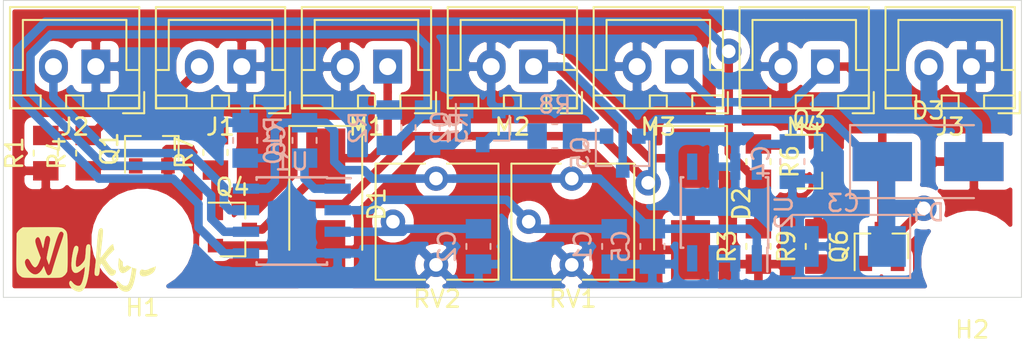
<source format=kicad_pcb>
(kicad_pcb (version 20171130) (host pcbnew 5.1.0-rc2-unknown-2768b3d~80~ubuntu18.04.1)
  (layers (0 F.Cu signal) (31 B.Cu signal) (34 B.Paste user) (35 F.Paste user) (36 B.SilkS user) (37 F.SilkS user) (38 B.Mask user) (39 F.Mask user) (44 Edge.Cuts user))
  (net 0 "")
  (net 1 GND)
  (net 2 /ADC_HEAD)
  (net 3 /ADC_BOX)
  (net 4 +12V)
  (net 5 +5V)
  (net 6 "Net-(D1-Pad1)")
  (net 7 "Net-(D2-Pad1)")
  (net 8 "Net-(D3-Pad1)")
  (net 9 "Net-(D4-Pad2)")
  (net 10 /PWM_HOT_END)
  (net 11 /ON_~OFF)
  (net 12 /PWM_HEAD)
  (net 13 /PWM_BOX)
  (net 14 "Net-(Q1-Pad3)")
  (net 15 "Net-(Q1-Pad1)")
  (net 16 "Net-(Q2-Pad3)")
  (net 17 "Net-(Q2-Pad1)")
  (net 18 "Net-(Q3-Pad3)")
  (net 19 "Net-(Q3-Pad1)")
  (net 20 "Net-(Q4-Pad1)")
  (net 21 "Net-(Q5-Pad1)")
  (net 22 "Net-(Q6-Pad1)")
  (net 23 "Net-(U2-Pad5)")
  (net 24 "Net-(U2-Pad4)")
  (net 25 "Net-(R10-Pad2)")
  (module Diode_SMD:D_SMB_Handsoldering (layer F.Cu) (at 120.5 62 270)
    (fp_text reference D2 (at 0 -3 270) (layer F.SilkS))
    (fp_text value SS24)
    (pad 2 smd rect (at 2.7 0 270) (size 3.5 2.3) (layers F.Cu F.Paste F.Mask) (net 1 GND))
    (pad 1 smd rect (at -2.7 0 270) (size 3.5 2.3) (layers F.Cu F.Paste F.Mask) (net 7 "Net-(D2-Pad1)"))
  )
  (module KLIB_Logo:wykys_small_skill (layer F.Cu) (at 85 65.25)
    (fp_text reference GR1 hide)
    (fp_text value Wykys hide)
  )
  (module Diode_SMD:D_SMB_Handsoldering (layer B.Cu) (at 134.5 59.5)
    (fp_text reference D4 (at 0 3) (layer B.SilkS) (effects (justify mirror)))
    (fp_text value SS24)
    (pad 2 smd rect (at 2.7 0) (size 3.5 2.3) (layers B.Cu B.Paste B.Mask) (net 9 "Net-(D4-Pad2)"))
    (pad 1 smd rect (at -2.7 0) (size 3.5 2.3) (layers B.Cu B.Paste B.Mask) (net 4 +12V))
  )
  (module Diode_SMD:D_SMB_Handsoldering (layer F.Cu) (at 134.5 59.5)
    (fp_text reference D3 (at 0 -3) (layer F.SilkS))
    (fp_text value SS24)
    (pad 2 smd rect (at 2.7 0) (size 3.5 2.3) (layers F.Cu F.Paste F.Mask) (net 1 GND))
    (pad 1 smd rect (at -2.7 0) (size 3.5 2.3) (layers F.Cu F.Paste F.Mask) (net 8 "Net-(D3-Pad1)"))
  )
  (module Diode_SMD:D_SMB_Handsoldering (layer F.Cu) (at 99 62 270)
    (fp_text reference D1 (at 0 -3 270) (layer F.SilkS))
    (fp_text value SS24)
    (pad 2 smd rect (at 2.7 0 270) (size 3.5 2.3) (layers F.Cu F.Paste F.Mask) (net 1 GND))
    (pad 1 smd rect (at -2.7 0 270) (size 3.5 2.3) (layers F.Cu F.Paste F.Mask) (net 6 "Net-(D1-Pad1)"))
  )
  (module Package_SO:SOIC-8_3.9x4.9mm_P1.27mm (layer B.Cu) (at 122.5 62.5 90)
    (fp_text reference U2 (at 0 3.5 90) (layer B.SilkS) (effects (justify mirror)))
    (fp_text value L78L05_SO8)
    (pad 8 smd rect (at 2.7 1.905 90) (size 1.55 0.6) (layers B.Cu B.Paste B.Mask) (net 4 +12V))
    (pad 7 smd rect (at 2.7 0.635 90) (size 1.55 0.6) (layers B.Cu B.Paste B.Mask) (net 1 GND))
    (pad 6 smd rect (at 2.7 -0.635 90) (size 1.55 0.6) (layers B.Cu B.Paste B.Mask) (net 1 GND))
    (pad 5 smd rect (at 2.7 -1.905 90) (size 1.55 0.6) (layers B.Cu B.Paste B.Mask) (net 23 "Net-(U2-Pad5)"))
    (pad 4 smd rect (at -2.7 -1.905 90) (size 1.55 0.6) (layers B.Cu B.Paste B.Mask) (net 24 "Net-(U2-Pad4)"))
    (pad 3 smd rect (at -2.7 -0.635 90) (size 1.55 0.6) (layers B.Cu B.Paste B.Mask) (net 1 GND))
    (pad 2 smd rect (at -2.7 0.635 90) (size 1.55 0.6) (layers B.Cu B.Paste B.Mask) (net 1 GND))
    (pad 1 smd rect (at -2.7 1.905 90) (size 1.55 0.6) (layers B.Cu B.Paste B.Mask) (net 5 +5V))
  )
  (module Package_SO:SOIC-8_3.9x4.9mm_P1.27mm (layer B.Cu) (at 97 63 180)
    (fp_text reference U1 (at 0 3.5 180) (layer B.SilkS) (effects (justify mirror)))
    (fp_text value ATTINY13A-SSU)
    (pad 8 smd rect (at 2.7 1.905 180) (size 1.55 0.6) (layers B.Cu B.Paste B.Mask) (net 5 +5V))
    (pad 7 smd rect (at 2.7 0.635 180) (size 1.55 0.6) (layers B.Cu B.Paste B.Mask) (net 11 /ON_~OFF))
    (pad 6 smd rect (at 2.7 -0.635 180) (size 1.55 0.6) (layers B.Cu B.Paste B.Mask) (net 12 /PWM_HEAD))
    (pad 5 smd rect (at 2.7 -1.905 180) (size 1.55 0.6) (layers B.Cu B.Paste B.Mask) (net 13 /PWM_BOX))
    (pad 4 smd rect (at -2.7 -1.905 180) (size 1.55 0.6) (layers B.Cu B.Paste B.Mask) (net 1 GND))
    (pad 3 smd rect (at -2.7 -0.635 180) (size 1.55 0.6) (layers B.Cu B.Paste B.Mask) (net 3 /ADC_BOX))
    (pad 2 smd rect (at -2.7 0.635 180) (size 1.55 0.6) (layers B.Cu B.Paste B.Mask) (net 2 /ADC_HEAD))
    (pad 1 smd rect (at -2.7 1.905 180) (size 1.55 0.6) (layers B.Cu B.Paste B.Mask) (net 25 "Net-(R10-Pad2)"))
  )
  (module Potentiometer_THT:Potentiometer_Vishay_T73YP_Vertical (layer F.Cu) (at 105.5 60.5 180)
    (fp_text reference RV2 (at -0.06 -7.09 180) (layer F.SilkS))
    (fp_text value 10k)
    (pad 1 thru_hole circle (at 0 0 180) (size 1.44 1.44) (drill 0.8) (layers *.Cu *.Mask) (net 5 +5V))
    (pad 2 thru_hole circle (at 2.54 -2.54 180) (size 1.44 1.44) (drill 0.8) (layers *.Cu *.Mask) (net 3 /ADC_BOX))
    (pad 3 thru_hole circle (at 0 -5.08 180) (size 1.44 1.44) (drill 0.8) (layers *.Cu *.Mask) (net 1 GND))
  )
  (module Potentiometer_THT:Potentiometer_Vishay_T73YP_Vertical (layer F.Cu) (at 113.5 60.5 180)
    (fp_text reference RV1 (at -0.06 -7.09 180) (layer F.SilkS))
    (fp_text value 10k)
    (pad 1 thru_hole circle (at 0 0 180) (size 1.44 1.44) (drill 0.8) (layers *.Cu *.Mask) (net 5 +5V))
    (pad 2 thru_hole circle (at 2.54 -2.54 180) (size 1.44 1.44) (drill 0.8) (layers *.Cu *.Mask) (net 2 /ADC_HEAD))
    (pad 3 thru_hole circle (at 0 -5.08 180) (size 1.44 1.44) (drill 0.8) (layers *.Cu *.Mask) (net 1 GND))
  )
  (module Resistor_SMD:R_0805_2012Metric_Pad1.15x1.50mm_HandSolder (layer B.Cu) (at 97.75 58.25 270)
    (fp_text reference R10 (at 0 1.85 270) (layer B.SilkS) (effects (justify mirror)))
    (fp_text value 100k)
    (pad 2 smd rect (at 1.0425 0 270) (size 1.145 1.5) (layers B.Cu B.Paste B.Mask) (net 25 "Net-(R10-Pad2)"))
    (pad 1 smd rect (at -1.0425 0 270) (size 1.145 1.5) (layers B.Cu B.Paste B.Mask) (net 5 +5V))
  )
  (module Resistor_SMD:R_0805_2012Metric_Pad1.15x1.50mm_HandSolder (layer F.Cu) (at 128 64.5 90)
    (fp_text reference R9 (at 0 -1.85 90) (layer F.SilkS))
    (fp_text value 2k2)
    (pad 2 smd rect (at 1.0425 0 90) (size 1.145 1.5) (layers F.Cu F.Paste F.Mask) (net 18 "Net-(Q3-Pad3)"))
    (pad 1 smd rect (at -1.0425 0 90) (size 1.145 1.5) (layers F.Cu F.Paste F.Mask) (net 22 "Net-(Q6-Pad1)"))
  )
  (module Resistor_SMD:R_0805_2012Metric_Pad1.15x1.50mm_HandSolder (layer B.Cu) (at 112.5 58 180)
    (fp_text reference R8 (at 0 1.85 180) (layer B.SilkS) (effects (justify mirror)))
    (fp_text value 2k2)
    (pad 2 smd rect (at 1.0425 0 180) (size 1.145 1.5) (layers B.Cu B.Paste B.Mask) (net 16 "Net-(Q2-Pad3)"))
    (pad 1 smd rect (at -1.0425 0 180) (size 1.145 1.5) (layers B.Cu B.Paste B.Mask) (net 21 "Net-(Q5-Pad1)"))
  )
  (module Resistor_SMD:R_0805_2012Metric_Pad1.15x1.50mm_HandSolder (layer F.Cu) (at 92.5 58.9575 90)
    (fp_text reference R7 (at 0 -1.85 90) (layer F.SilkS))
    (fp_text value 2k2)
    (pad 2 smd rect (at 1.0425 0 90) (size 1.145 1.5) (layers F.Cu F.Paste F.Mask) (net 14 "Net-(Q1-Pad3)"))
    (pad 1 smd rect (at -1.0425 0 90) (size 1.145 1.5) (layers F.Cu F.Paste F.Mask) (net 20 "Net-(Q4-Pad1)"))
  )
  (module Resistor_SMD:R_0805_2012Metric_Pad1.15x1.50mm_HandSolder (layer F.Cu) (at 124.5 59.5 270)
    (fp_text reference R6 (at 0 -1.85 270) (layer F.SilkS))
    (fp_text value 100k)
    (pad 2 smd rect (at 1.0425 0 270) (size 1.145 1.5) (layers F.Cu F.Paste F.Mask) (net 13 /PWM_BOX))
    (pad 1 smd rect (at -1.0425 0 270) (size 1.145 1.5) (layers F.Cu F.Paste F.Mask) (net 19 "Net-(Q3-Pad1)"))
  )
  (module Resistor_SMD:R_0805_2012Metric_Pad1.15x1.50mm_HandSolder (layer B.Cu) (at 105 57.5 90)
    (fp_text reference R5 (at 0 1.85 90) (layer B.SilkS) (effects (justify mirror)))
    (fp_text value 100k)
    (pad 2 smd rect (at 1.0425 0 90) (size 1.145 1.5) (layers B.Cu B.Paste B.Mask) (net 12 /PWM_HEAD))
    (pad 1 smd rect (at -1.0425 0 90) (size 1.145 1.5) (layers B.Cu B.Paste B.Mask) (net 17 "Net-(Q2-Pad1)"))
  )
  (module Resistor_SMD:R_0805_2012Metric_Pad1.15x1.50mm_HandSolder (layer F.Cu) (at 85 59 90)
    (fp_text reference R4 (at 0 -1.85 90) (layer F.SilkS))
    (fp_text value 100k)
    (pad 2 smd rect (at 1.0425 0 90) (size 1.145 1.5) (layers F.Cu F.Paste F.Mask) (net 10 /PWM_HOT_END))
    (pad 1 smd rect (at -1.0425 0 90) (size 1.145 1.5) (layers F.Cu F.Paste F.Mask) (net 15 "Net-(Q1-Pad1)"))
  )
  (module Resistor_SMD:R_0805_2012Metric_Pad1.15x1.50mm_HandSolder (layer F.Cu) (at 124.5 64.5 90)
    (fp_text reference R3 (at 0 -1.85 90) (layer F.SilkS))
    (fp_text value 100k)
    (pad 2 smd rect (at 1.0425 0 90) (size 1.145 1.5) (layers F.Cu F.Paste F.Mask) (net 13 /PWM_BOX))
    (pad 1 smd rect (at -1.0425 0 90) (size 1.145 1.5) (layers F.Cu F.Paste F.Mask) (net 1 GND))
  )
  (module Resistor_SMD:R_0805_2012Metric_Pad1.15x1.50mm_HandSolder (layer B.Cu) (at 102.75 57.5 270)
    (fp_text reference R2 (at 0 1.85 270) (layer B.SilkS) (effects (justify mirror)))
    (fp_text value 100k)
    (pad 2 smd rect (at 1.0425 0 270) (size 1.145 1.5) (layers B.Cu B.Paste B.Mask) (net 12 /PWM_HEAD))
    (pad 1 smd rect (at -1.0425 0 270) (size 1.145 1.5) (layers B.Cu B.Paste B.Mask) (net 1 GND))
  )
  (module Resistor_SMD:R_0805_2012Metric_Pad1.15x1.50mm_HandSolder (layer F.Cu) (at 82.5 59 90)
    (fp_text reference R1 (at 0 -1.85 90) (layer F.SilkS))
    (fp_text value 100k)
    (pad 2 smd rect (at 1.0425 0 90) (size 1.145 1.5) (layers F.Cu F.Paste F.Mask) (net 10 /PWM_HOT_END))
    (pad 1 smd rect (at -1.0425 0 90) (size 1.145 1.5) (layers F.Cu F.Paste F.Mask) (net 1 GND))
  )
  (module Package_TO_SOT_SMD:SOT-23 (layer F.Cu) (at 131.75 64.5 90)
    (fp_text reference Q6 (at 0 -2.5 90) (layer F.SilkS))
    (fp_text value BC807)
    (pad 3 smd rect (at 1 0 90) (size 0.9 0.8) (layers F.Cu F.Paste F.Mask) (net 8 "Net-(D3-Pad1)"))
    (pad 2 smd rect (at -1 0.95 90) (size 0.9 0.8) (layers F.Cu F.Paste F.Mask) (net 4 +12V))
    (pad 1 smd rect (at -1 -0.95 90) (size 0.9 0.8) (layers F.Cu F.Paste F.Mask) (net 22 "Net-(Q6-Pad1)"))
  )
  (module Package_TO_SOT_SMD:SOT-23 (layer B.Cu) (at 116.5 59 270)
    (fp_text reference Q5 (at 0 2.5 270) (layer B.SilkS) (effects (justify mirror)))
    (fp_text value BC807)
    (pad 3 smd rect (at 1 0 270) (size 0.9 0.8) (layers B.Cu B.Paste B.Mask) (net 7 "Net-(D2-Pad1)"))
    (pad 2 smd rect (at -1 -0.95 270) (size 0.9 0.8) (layers B.Cu B.Paste B.Mask) (net 4 +12V))
    (pad 1 smd rect (at -1 0.95 270) (size 0.9 0.8) (layers B.Cu B.Paste B.Mask) (net 21 "Net-(Q5-Pad1)"))
  )
  (module Package_TO_SOT_SMD:SOT-23 (layer F.Cu) (at 93.5 63.5)
    (fp_text reference Q4 (at 0 -2.5) (layer F.SilkS))
    (fp_text value BC807)
    (pad 3 smd rect (at 1 0) (size 0.9 0.8) (layers F.Cu F.Paste F.Mask) (net 6 "Net-(D1-Pad1)"))
    (pad 2 smd rect (at -1 0.95) (size 0.9 0.8) (layers F.Cu F.Paste F.Mask) (net 4 +12V))
    (pad 1 smd rect (at -1 -0.95) (size 0.9 0.8) (layers F.Cu F.Paste F.Mask) (net 20 "Net-(Q4-Pad1)"))
  )
  (module Package_TO_SOT_SMD:SOT-23 (layer F.Cu) (at 127.5 59.5)
    (fp_text reference Q3 (at 0 -2.5) (layer F.SilkS))
    (fp_text value BC817)
    (pad 3 smd rect (at 1 0) (size 0.9 0.8) (layers F.Cu F.Paste F.Mask) (net 18 "Net-(Q3-Pad3)"))
    (pad 2 smd rect (at -1 0.95) (size 0.9 0.8) (layers F.Cu F.Paste F.Mask) (net 1 GND))
    (pad 1 smd rect (at -1 -0.95) (size 0.9 0.8) (layers F.Cu F.Paste F.Mask) (net 19 "Net-(Q3-Pad1)"))
  )
  (module Package_TO_SOT_SMD:SOT-23 (layer B.Cu) (at 108.25 57.5 270)
    (fp_text reference Q2 (at 0 2.5 270) (layer B.SilkS) (effects (justify mirror)))
    (fp_text value BC817)
    (pad 3 smd rect (at 1 0 270) (size 0.9 0.8) (layers B.Cu B.Paste B.Mask) (net 16 "Net-(Q2-Pad3)"))
    (pad 2 smd rect (at -1 -0.95 270) (size 0.9 0.8) (layers B.Cu B.Paste B.Mask) (net 1 GND))
    (pad 1 smd rect (at -1 0.95 270) (size 0.9 0.8) (layers B.Cu B.Paste B.Mask) (net 17 "Net-(Q2-Pad1)"))
  )
  (module Package_TO_SOT_SMD:SOT-23 (layer F.Cu) (at 88.75 58.75 90)
    (fp_text reference Q1 (at 0 -2.5 90) (layer F.SilkS))
    (fp_text value BC817)
    (pad 3 smd rect (at 1 0 90) (size 0.9 0.8) (layers F.Cu F.Paste F.Mask) (net 14 "Net-(Q1-Pad3)"))
    (pad 2 smd rect (at -1 0.95 90) (size 0.9 0.8) (layers F.Cu F.Paste F.Mask) (net 1 GND))
    (pad 1 smd rect (at -1 -0.95 90) (size 0.9 0.8) (layers F.Cu F.Paste F.Mask) (net 15 "Net-(Q1-Pad1)"))
  )
  (module Connector_JST:JST_XH_B02B-XH-A_1x02_P2.50mm_Vertical (layer F.Cu) (at 128.45 53.9 180)
    (fp_text reference M4 (at 1.25 -3.55 180) (layer F.SilkS))
    (fp_text value Fan)
    (pad 2 thru_hole oval (at 2.5 0 180) (size 1.7 2) (drill 1) (layers *.Cu *.Mask) (net 1 GND))
    (pad 1 thru_hole rect (at 0 0 180) (size 1.7 2) (drill 1) (layers *.Cu *.Mask) (net 8 "Net-(D3-Pad1)"))
  )
  (module Connector_JST:JST_XH_B02B-XH-A_1x02_P2.50mm_Vertical (layer F.Cu) (at 119.85 53.9 180)
    (fp_text reference M3 (at 1.25 -3.55 180) (layer F.SilkS))
    (fp_text value Fan)
    (pad 2 thru_hole oval (at 2.5 0 180) (size 1.7 2) (drill 1) (layers *.Cu *.Mask) (net 1 GND))
    (pad 1 thru_hole rect (at 0 0 180) (size 1.7 2) (drill 1) (layers *.Cu *.Mask) (net 8 "Net-(D3-Pad1)"))
  )
  (module Connector_JST:JST_XH_B02B-XH-A_1x02_P2.50mm_Vertical (layer F.Cu) (at 111.25 53.9 180)
    (fp_text reference M2 (at 1.25 -3.55 180) (layer F.SilkS))
    (fp_text value Fan)
    (pad 2 thru_hole oval (at 2.5 0 180) (size 1.7 2) (drill 1) (layers *.Cu *.Mask) (net 1 GND))
    (pad 1 thru_hole rect (at 0 0 180) (size 1.7 2) (drill 1) (layers *.Cu *.Mask) (net 7 "Net-(D2-Pad1)"))
  )
  (module Connector_JST:JST_XH_B02B-XH-A_1x02_P2.50mm_Vertical (layer F.Cu) (at 102.65 53.9 180)
    (fp_text reference M1 (at 1.25 -3.55 180) (layer F.SilkS))
    (fp_text value Fan)
    (pad 2 thru_hole oval (at 2.5 0 180) (size 1.7 2) (drill 1) (layers *.Cu *.Mask) (net 1 GND))
    (pad 1 thru_hole rect (at 0 0 180) (size 1.7 2) (drill 1) (layers *.Cu *.Mask) (net 6 "Net-(D1-Pad1)"))
  )
  (module Connector_JST:JST_XH_B02B-XH-A_1x02_P2.50mm_Vertical (layer F.Cu) (at 137.05 53.9 180)
    (fp_text reference J3 (at 1.25 -3.55 180) (layer F.SilkS))
    (fp_text value POWER)
    (pad 2 thru_hole oval (at 2.5 0 180) (size 1.7 2) (drill 1) (layers *.Cu *.Mask) (net 9 "Net-(D4-Pad2)"))
    (pad 1 thru_hole rect (at 0 0 180) (size 1.7 2) (drill 1) (layers *.Cu *.Mask) (net 1 GND))
  )
  (module Connector_JST:JST_XH_B02B-XH-A_1x02_P2.50mm_Vertical (layer F.Cu) (at 85.45 53.9 180)
    (fp_text reference J2 (at 1.25 -3.55 180) (layer F.SilkS))
    (fp_text value ON_~OFF)
    (pad 2 thru_hole oval (at 2.5 0 180) (size 1.7 2) (drill 1) (layers *.Cu *.Mask) (net 11 /ON_~OFF))
    (pad 1 thru_hole rect (at 0 0 180) (size 1.7 2) (drill 1) (layers *.Cu *.Mask) (net 1 GND))
  )
  (module Connector_JST:JST_XH_B02B-XH-A_1x02_P2.50mm_Vertical (layer F.Cu) (at 94.05 53.9 180)
    (fp_text reference J1 (at 1.25 -3.55 180) (layer F.SilkS))
    (fp_text value HOT_END)
    (pad 2 thru_hole oval (at 2.5 0 180) (size 1.7 2) (drill 1) (layers *.Cu *.Mask) (net 10 /PWM_HOT_END))
    (pad 1 thru_hole rect (at 0 0 180) (size 1.7 2) (drill 1) (layers *.Cu *.Mask) (net 1 GND))
  )
  (module KLIB_Mechanical:Bolt_M3 (layer F.Cu) (at 137.1 65.4)
    (fp_text reference H2 (at 0 4) (layer F.SilkS))
    (fp_text value M3)
    (pad "" np_thru_hole circle (at 0 0) (size 3.5 3.5) (drill 3.5) (layers *.Cu *.Mask) (clearance 1.25))
  )
  (module KLIB_Mechanical:Bolt_M3 (layer F.Cu) (at 88.2 64.1)
    (fp_text reference H1 (at 0 4) (layer F.SilkS))
    (fp_text value M3)
    (pad "" np_thru_hole circle (at 0 0) (size 3.5 3.5) (drill 3.5) (layers *.Cu *.Mask) (clearance 1.25))
  )
  (module Capacitor_SMD:C_0805_2012Metric_Pad1.15x1.50mm_HandSolder (layer B.Cu) (at 94.25 58.25 90)
    (fp_text reference C6 (at 0 1.85 90) (layer B.SilkS) (effects (justify mirror)))
    (fp_text value 100n)
    (pad 2 smd rect (at 1.0425 0 90) (size 1.145 1.5) (layers B.Cu B.Paste B.Mask) (net 1 GND))
    (pad 1 smd rect (at -1.0425 0 90) (size 1.145 1.5) (layers B.Cu B.Paste B.Mask) (net 5 +5V))
  )
  (module Capacitor_SMD:C_0805_2012Metric_Pad1.15x1.50mm_HandSolder (layer B.Cu) (at 118.25 64.5 270)
    (fp_text reference C5 (at 0 1.85 270) (layer B.SilkS) (effects (justify mirror)))
    (fp_text value 100n)
    (pad 2 smd rect (at 1.0425 0 270) (size 1.145 1.5) (layers B.Cu B.Paste B.Mask) (net 1 GND))
    (pad 1 smd rect (at -1.0425 0 270) (size 1.145 1.5) (layers B.Cu B.Paste B.Mask) (net 5 +5V))
  )
  (module Capacitor_SMD:C_0805_2012Metric_Pad1.15x1.50mm_HandSolder (layer B.Cu) (at 126.5 59.5 270)
    (fp_text reference C4 (at 0 1.85 270) (layer B.SilkS) (effects (justify mirror)))
    (fp_text value 100n)
    (pad 2 smd rect (at 1.0425 0 270) (size 1.145 1.5) (layers B.Cu B.Paste B.Mask) (net 1 GND))
    (pad 1 smd rect (at -1.0425 0 270) (size 1.145 1.5) (layers B.Cu B.Paste B.Mask) (net 4 +12V))
  )
  (module Capacitor_Tantalum_SMD:CP_EIA-6032-28_Kemet-C_Pad2.24x2.40mm_HandSolder (layer B.Cu) (at 129.5 64.5 180)
    (fp_text reference C3 (at 0 2.55 180) (layer B.SilkS) (effects (justify mirror)))
    (fp_text value 22u/16V)
    (pad 2 smd rect (at 2.5675 0 180) (size 2.235 2.4) (layers B.Cu B.Paste B.Mask) (net 1 GND))
    (pad 1 smd rect (at -2.5675 0 180) (size 2.235 2.4) (layers B.Cu B.Paste B.Mask) (net 4 +12V))
  )
  (module Capacitor_SMD:C_0805_2012Metric_Pad1.15x1.50mm_HandSolder (layer B.Cu) (at 108 64.5 270)
    (fp_text reference C2 (at 0 1.85 270) (layer B.SilkS) (effects (justify mirror)))
    (fp_text value 100n)
    (pad 2 smd rect (at 1.0425 0 270) (size 1.145 1.5) (layers B.Cu B.Paste B.Mask) (net 1 GND))
    (pad 1 smd rect (at -1.0425 0 270) (size 1.145 1.5) (layers B.Cu B.Paste B.Mask) (net 3 /ADC_BOX))
  )
  (module Capacitor_SMD:C_0805_2012Metric_Pad1.15x1.50mm_HandSolder (layer B.Cu) (at 116 64.5 270)
    (fp_text reference C1 (at 0 1.85 270) (layer B.SilkS) (effects (justify mirror)))
    (fp_text value 100n)
    (pad 2 smd rect (at 1.0425 0 270) (size 1.145 1.5) (layers B.Cu B.Paste B.Mask) (net 1 GND))
    (pad 1 smd rect (at -1.0425 0 270) (size 1.145 1.5) (layers B.Cu B.Paste B.Mask) (net 2 /ADC_HEAD))
  )
  (gr_line (start 80 67.5) (end 80 50) (layer Edge.Cuts) (width 0.05))
  (gr_line (start 140 67.5) (end 80 67.5) (layer Edge.Cuts) (width 0.05))
  (gr_line (start 140 50) (end 140 67.5) (layer Edge.Cuts) (width 0.05))
  (gr_line (start 80 50) (end 140 50) (layer Edge.Cuts) (width 0.05))
  (segment (start 108.75 56.05) (end 109.2 56.5) (width 0.5) (layer B.Cu) (net 1))
  (segment (start 108.75 53.9) (end 108.75 56.05) (width 0.5) (layer B.Cu) (net 1))
  (segment (start 111.3775 63.4575) (end 110.96 63.04) (width 0.5) (layer B.Cu) (net 2))
  (segment (start 116 63.4575) (end 111.3775 63.4575) (width 0.5) (layer B.Cu) (net 2))
  (segment (start 110.240001 62.320001) (end 110.96 63.04) (width 0.5) (layer B.Cu) (net 2))
  (segment (start 109.67 61.75) (end 110.240001 62.320001) (width 0.5) (layer B.Cu) (net 2))
  (segment (start 102.25 61.75) (end 109.67 61.75) (width 0.5) (layer B.Cu) (net 2))
  (segment (start 99.7 62.365) (end 101.635 62.365) (width 0.5) (layer B.Cu) (net 2))
  (segment (start 101.635 62.365) (end 102.25 61.75) (width 0.5) (layer B.Cu) (net 2))
  (segment (start 107.8225 63.635) (end 108 63.4575) (width 0.5) (layer B.Cu) (net 3))
  (segment (start 103.3775 63.4575) (end 102.96 63.04) (width 0.5) (layer B.Cu) (net 3))
  (segment (start 102.365 63.635) (end 99.7 63.635) (width 0.5) (layer B.Cu) (net 3))
  (segment (start 102.96 63.04) (end 102.365 63.635) (width 0.5) (layer B.Cu) (net 3))
  (segment (start 103.53 63.635) (end 103.7075 63.4575) (width 0.5) (layer B.Cu) (net 3))
  (segment (start 102.365 63.635) (end 103.53 63.635) (width 0.5) (layer B.Cu) (net 3))
  (segment (start 108 63.4575) (end 103.7075 63.4575) (width 0.5) (layer B.Cu) (net 3))
  (segment (start 103.7075 63.4575) (end 103.3775 63.4575) (width 0.5) (layer B.Cu) (net 3))
  (segment (start 132.0675 59.7675) (end 131.8 59.5) (width 1) (layer B.Cu) (net 4))
  (segment (start 124.7925 58.4575) (end 126.5 58.4575) (width 0.5) (layer B.Cu) (net 4))
  (segment (start 124.405 59.8) (end 124.405 58.845) (width 0.5) (layer B.Cu) (net 4))
  (segment (start 124.405 58.845) (end 124.7925 58.4575) (width 0.5) (layer B.Cu) (net 4))
  (segment (start 131.25 59.5) (end 131.8 59.5) (width 0.5) (layer B.Cu) (net 4))
  (segment (start 128.75 57) (end 131.25 59.5) (width 0.5) (layer B.Cu) (net 4))
  (segment (start 126.5 58.4575) (end 126.5 57) (width 0.5) (layer B.Cu) (net 4))
  (segment (start 126.5 57) (end 128.75 57) (width 0.5) (layer B.Cu) (net 4))
  (segment (start 126.5 57) (end 119.25 57) (width 0.5) (layer B.Cu) (net 4))
  (segment (start 117.45 58) (end 117.5 58) (width 0.5) (layer B.Cu) (net 4))
  (segment (start 118.5 57) (end 119.25 57) (width 0.5) (layer B.Cu) (net 4))
  (segment (start 118.25 57.25) (end 118.5 57) (width 0.5) (layer B.Cu) (net 4))
  (segment (start 117.45 58) (end 118.25 58) (width 0.5) (layer B.Cu) (net 4))
  (segment (start 118.25 58) (end 118.25 57.25) (width 0.5) (layer B.Cu) (net 4))
  (segment (start 118.25 58) (end 118.25 60.5) (width 0.5) (layer B.Cu) (net 4))
  (via (at 118 60.75) (size 1.5) (drill 0.8) (layers F.Cu B.Cu) (net 4))
  (segment (start 92.5 64.45) (end 95.610675 64.45) (width 0.5) (layer F.Cu) (net 4))
  (segment (start 115.25 58) (end 117.250001 60.000001) (width 0.5) (layer F.Cu) (net 4))
  (segment (start 117.250001 60.000001) (end 118 60.75) (width 0.5) (layer F.Cu) (net 4))
  (segment (start 104.060675 58) (end 115.25 58) (width 0.5) (layer F.Cu) (net 4))
  (segment (start 100.060675 62) (end 104.060675 58) (width 0.5) (layer F.Cu) (net 4))
  (segment (start 95.610675 64.45) (end 98.060675 62) (width 0.5) (layer F.Cu) (net 4))
  (segment (start 98.060675 62) (end 100.060675 62) (width 0.5) (layer F.Cu) (net 4))
  (via (at 134.25 62.25) (size 1.5) (drill 0.8) (layers F.Cu B.Cu) (net 4))
  (segment (start 132.7 65.5) (end 132.7 63.8) (width 0.5) (layer F.Cu) (net 4))
  (segment (start 132.7 63.8) (end 134.25 62.25) (width 0.5) (layer F.Cu) (net 4))
  (segment (start 132.25 62.25) (end 132.0675 62.0675) (width 0.5) (layer B.Cu) (net 4))
  (segment (start 134.25 62.25) (end 132.25 62.25) (width 1) (layer B.Cu) (net 4))
  (segment (start 132.0675 64.5) (end 132.0675 62.0675) (width 1) (layer B.Cu) (net 4))
  (segment (start 132.0675 62.0675) (end 132.0675 59.7675) (width 1) (layer B.Cu) (net 4))
  (segment (start 106.518233 60.5) (end 113.5 60.5) (width 0.5) (layer B.Cu) (net 5))
  (segment (start 105.5 60.5) (end 106.518233 60.5) (width 0.5) (layer B.Cu) (net 5))
  (segment (start 124.405 63.925) (end 124.405 65.2) (width 0.5) (layer B.Cu) (net 5))
  (segment (start 123.9375 63.4575) (end 124.405 63.925) (width 0.5) (layer B.Cu) (net 5))
  (segment (start 114.518233 60.5) (end 113.5 60.5) (width 0.5) (layer B.Cu) (net 5))
  (segment (start 118.0725 63.4575) (end 115.115 60.5) (width 0.5) (layer B.Cu) (net 5))
  (segment (start 115.115 60.5) (end 114.518233 60.5) (width 0.5) (layer B.Cu) (net 5))
  (segment (start 118.25 63.4575) (end 118.0725 63.4575) (width 0.5) (layer B.Cu) (net 5))
  (segment (start 118.25 63.4575) (end 123.9375 63.4575) (width 0.5) (layer B.Cu) (net 5))
  (segment (start 101.75 60.5) (end 105.5 60.5) (width 0.5) (layer B.Cu) (net 5))
  (segment (start 97.75 57.2075) (end 99 57.2075) (width 0.5) (layer B.Cu) (net 5))
  (segment (start 99 57.2075) (end 99.5 57.7075) (width 0.5) (layer B.Cu) (net 5))
  (segment (start 99.5 57.7075) (end 99.5 59.5) (width 0.5) (layer B.Cu) (net 5))
  (segment (start 101.25 60) (end 101.75 60.5) (width 0.5) (layer B.Cu) (net 5))
  (segment (start 99.5 59.5) (end 100 60) (width 0.5) (layer B.Cu) (net 5))
  (segment (start 100 60) (end 101.25 60) (width 0.5) (layer B.Cu) (net 5))
  (segment (start 95.575 61.095) (end 94.3 61.095) (width 0.5) (layer B.Cu) (net 5))
  (segment (start 96 60.67) (end 95.575 61.095) (width 0.5) (layer B.Cu) (net 5))
  (segment (start 96.5 57.2075) (end 96 57.7075) (width 0.5) (layer B.Cu) (net 5))
  (segment (start 97.75 57.2075) (end 96.5 57.2075) (width 0.5) (layer B.Cu) (net 5))
  (segment (start 95.9575 59.2925) (end 96 59.25) (width 0.5) (layer B.Cu) (net 5))
  (segment (start 94.25 59.2925) (end 95.9575 59.2925) (width 0.5) (layer B.Cu) (net 5))
  (segment (start 96 57.7075) (end 96 59.25) (width 0.5) (layer B.Cu) (net 5))
  (segment (start 96 59.25) (end 96 60.67) (width 0.5) (layer B.Cu) (net 5))
  (segment (start 102.65 55.4) (end 102.65 53.9) (width 0.5) (layer F.Cu) (net 6))
  (segment (start 102.65 58.35) (end 102.65 55.4) (width 0.5) (layer F.Cu) (net 6))
  (segment (start 99 59.3) (end 101.7 59.3) (width 0.5) (layer F.Cu) (net 6))
  (segment (start 101.7 59.3) (end 102.65 58.35) (width 0.5) (layer F.Cu) (net 6))
  (segment (start 99 59.75) (end 99 59.3) (width 0.5) (layer F.Cu) (net 6))
  (segment (start 94.5 63.5) (end 95.25 63.5) (width 0.5) (layer F.Cu) (net 6))
  (segment (start 95.25 63.5) (end 99 59.75) (width 0.5) (layer F.Cu) (net 6))
  (segment (start 112.6 53.9) (end 111.25 53.9) (width 0.5) (layer B.Cu) (net 7))
  (segment (start 113.200002 53.9) (end 112.6 53.9) (width 0.5) (layer B.Cu) (net 7))
  (segment (start 116.5 57.199998) (end 113.200002 53.9) (width 0.5) (layer B.Cu) (net 7))
  (segment (start 116.5 60) (end 116.5 57.199998) (width 0.5) (layer B.Cu) (net 7))
  (segment (start 118.05 59.3) (end 120.5 59.3) (width 0.5) (layer F.Cu) (net 7))
  (segment (start 111.25 53.9) (end 112.65 53.9) (width 0.5) (layer F.Cu) (net 7))
  (segment (start 112.65 53.9) (end 118.05 59.3) (width 0.5) (layer F.Cu) (net 7))
  (segment (start 131.75 59.55) (end 131.8 59.5) (width 0.5) (layer F.Cu) (net 8))
  (segment (start 131.75 63.5) (end 131.75 59.55) (width 0.5) (layer F.Cu) (net 8))
  (segment (start 129.8 53.9) (end 128.45 53.9) (width 0.5) (layer F.Cu) (net 8))
  (segment (start 131.8 55.9) (end 129.8 53.9) (width 0.5) (layer F.Cu) (net 8))
  (segment (start 131.8 59.5) (end 131.8 55.9) (width 0.5) (layer F.Cu) (net 8))
  (segment (start 119.85 54.05) (end 119.85 53.9) (width 0.5) (layer B.Cu) (net 8))
  (segment (start 126.5 56) (end 121.8 56) (width 0.5) (layer B.Cu) (net 8))
  (segment (start 128.45 53.9) (end 128.45 54.05) (width 0.5) (layer B.Cu) (net 8))
  (segment (start 121.8 56) (end 119.85 54.05) (width 0.5) (layer B.Cu) (net 8))
  (segment (start 128.45 54.05) (end 126.5 56) (width 0.5) (layer B.Cu) (net 8))
  (segment (start 134.55 53.9) (end 134.5 53.95) (width 1) (layer B.Cu) (net 9))
  (segment (start 135.15 56.5) (end 134.55 55.9) (width 1) (layer B.Cu) (net 9))
  (segment (start 136.35 56.5) (end 135.15 56.5) (width 1) (layer B.Cu) (net 9))
  (segment (start 134.55 55.9) (end 134.55 53.9) (width 1) (layer B.Cu) (net 9))
  (segment (start 137.2 59.5) (end 137.2 57.35) (width 1) (layer B.Cu) (net 9))
  (segment (start 137.2 57.35) (end 136.35 56.5) (width 1) (layer B.Cu) (net 9))
  (segment (start 82.5 57.9575) (end 85 57.9575) (width 0.5) (layer F.Cu) (net 10))
  (segment (start 91.55 54.05) (end 91.55 53.9) (width 0.5) (layer F.Cu) (net 10))
  (segment (start 89.1 56.5) (end 91.55 54.05) (width 0.5) (layer F.Cu) (net 10))
  (segment (start 85 57.9575) (end 85.1775 57.9575) (width 0.5) (layer F.Cu) (net 10))
  (segment (start 86.635 56.5) (end 89.1 56.5) (width 0.5) (layer F.Cu) (net 10))
  (segment (start 85.1775 57.9575) (end 86.635 56.5) (width 0.5) (layer F.Cu) (net 10))
  (segment (start 94.3 62.365) (end 93.825 62.365) (width 0.5) (layer B.Cu) (net 11))
  (segment (start 82.95 55.7) (end 82.95 53.9) (width 0.5) (layer B.Cu) (net 11))
  (segment (start 93.365 62.365) (end 93 62) (width 0.5) (layer B.Cu) (net 11))
  (segment (start 93 62) (end 93 61) (width 0.5) (layer B.Cu) (net 11))
  (segment (start 94.3 62.365) (end 93.365 62.365) (width 0.5) (layer B.Cu) (net 11))
  (segment (start 93 61) (end 91 59) (width 0.5) (layer B.Cu) (net 11))
  (segment (start 91 59) (end 86.25 59) (width 0.5) (layer B.Cu) (net 11))
  (segment (start 86.25 59) (end 82.95 55.7) (width 0.5) (layer B.Cu) (net 11))
  (segment (start 102.75 58.5425) (end 102.9575 58.5425) (width 0.5) (layer B.Cu) (net 12))
  (segment (start 105 56.5) (end 105 56.4575) (width 0.5) (layer B.Cu) (net 12))
  (segment (start 102.9575 58.5425) (end 105 56.5) (width 0.5) (layer B.Cu) (net 12))
  (segment (start 90.500011 59.750011) (end 85.939336 59.750011) (width 0.5) (layer B.Cu) (net 12))
  (segment (start 82.790798 52) (end 104.25 52) (width 0.5) (layer B.Cu) (net 12))
  (segment (start 92.24999 61.49999) (end 90.500011 59.750011) (width 0.5) (layer B.Cu) (net 12))
  (segment (start 94.3 63.635) (end 93.025 63.635) (width 0.5) (layer B.Cu) (net 12))
  (segment (start 81.59999 53.190808) (end 82.790798 52) (width 0.5) (layer B.Cu) (net 12))
  (segment (start 92.24999 62.85999) (end 92.24999 61.49999) (width 0.5) (layer B.Cu) (net 12))
  (segment (start 105 55.385) (end 105 56.4575) (width 0.5) (layer B.Cu) (net 12))
  (segment (start 105 52.75) (end 105 55.385) (width 0.5) (layer B.Cu) (net 12))
  (segment (start 104.25 52) (end 105 52.75) (width 0.5) (layer B.Cu) (net 12))
  (segment (start 81.59999 55.410664) (end 81.59999 53.190808) (width 0.5) (layer B.Cu) (net 12))
  (segment (start 85.939336 59.750011) (end 81.59999 55.410664) (width 0.5) (layer B.Cu) (net 12))
  (segment (start 93.025 63.635) (end 92.24999 62.85999) (width 0.5) (layer B.Cu) (net 12))
  (segment (start 124.5 63.4575) (end 124.5 60.5425) (width 0.5) (layer F.Cu) (net 13))
  (via (at 122.75 53) (size 1.5) (drill 0.8) (layers F.Cu B.Cu) (net 13))
  (segment (start 122.75 58.97) (end 122.75 53) (width 0.5) (layer F.Cu) (net 13))
  (segment (start 124.5 60.5425) (end 124.3225 60.5425) (width 0.5) (layer F.Cu) (net 13))
  (segment (start 124.3225 60.5425) (end 122.75 58.97) (width 0.5) (layer F.Cu) (net 13))
  (segment (start 94.3 64.905) (end 93.025 64.905) (width 0.5) (layer B.Cu) (net 13))
  (segment (start 93.025 64.905) (end 91.499979 63.379979) (width 0.5) (layer B.Cu) (net 13))
  (segment (start 91.499979 63.379979) (end 91.499979 61.999979) (width 0.5) (layer B.Cu) (net 13))
  (segment (start 91.499979 61.999979) (end 90.000022 60.500022) (width 0.5) (layer B.Cu) (net 13))
  (segment (start 90.000022 60.500022) (end 85.628672 60.500022) (width 0.5) (layer B.Cu) (net 13))
  (segment (start 82.480123 51.25) (end 121 51.25) (width 0.5) (layer B.Cu) (net 13))
  (segment (start 80.849979 55.721328) (end 80.849979 52.880144) (width 0.5) (layer B.Cu) (net 13))
  (segment (start 80.849979 52.880144) (end 82.480123 51.25) (width 0.5) (layer B.Cu) (net 13))
  (segment (start 85.628672 60.500022) (end 80.849979 55.721328) (width 0.5) (layer B.Cu) (net 13))
  (segment (start 121 51.25) (end 122.000001 52.250001) (width 0.5) (layer B.Cu) (net 13))
  (segment (start 122.000001 52.250001) (end 122.75 53) (width 0.5) (layer B.Cu) (net 13))
  (segment (start 92.335 57.75) (end 92.5 57.915) (width 0.5) (layer F.Cu) (net 14))
  (segment (start 88.75 57.75) (end 92.335 57.75) (width 0.5) (layer F.Cu) (net 14))
  (segment (start 85.2925 59.75) (end 85 60.0425) (width 0.5) (layer F.Cu) (net 15))
  (segment (start 87.8 59.75) (end 85.2925 59.75) (width 0.5) (layer F.Cu) (net 15))
  (segment (start 108.75 58) (end 108.25 58.5) (width 0.5) (layer B.Cu) (net 16))
  (segment (start 111.4575 58) (end 108.75 58) (width 0.5) (layer B.Cu) (net 16))
  (segment (start 107.3 57.7) (end 107.3 56.5) (width 0.5) (layer B.Cu) (net 17))
  (segment (start 105 58.5425) (end 106.4575 58.5425) (width 0.5) (layer B.Cu) (net 17))
  (segment (start 106.4575 58.5425) (end 107.3 57.7) (width 0.5) (layer B.Cu) (net 17))
  (segment (start 128.5 59.5) (end 128.5 61.5) (width 0.5) (layer F.Cu) (net 18))
  (segment (start 128 62) (end 128 63.4575) (width 0.5) (layer F.Cu) (net 18))
  (segment (start 128.5 61.5) (end 128 62) (width 0.5) (layer F.Cu) (net 18))
  (segment (start 124.5925 58.55) (end 124.5 58.4575) (width 0.5) (layer F.Cu) (net 19))
  (segment (start 126.5 58.55) (end 124.5925 58.55) (width 0.5) (layer F.Cu) (net 19))
  (segment (start 92.5 62.55) (end 92.5 60) (width 0.5) (layer F.Cu) (net 20))
  (segment (start 113.5425 58) (end 115.55 58) (width 0.5) (layer B.Cu) (net 21))
  (segment (start 128.0425 65.5) (end 128 65.5425) (width 0.5) (layer F.Cu) (net 22))
  (segment (start 130.8 65.5) (end 128.0425 65.5) (width 0.5) (layer F.Cu) (net 22))
  (segment (start 97.75 60.5) (end 97.75 59.5425) (width 0.5) (layer B.Cu) (net 25))
  (segment (start 99.7 61.095) (end 98.345 61.095) (width 0.5) (layer B.Cu) (net 25))
  (segment (start 98.345 61.095) (end 97.75 60.5) (width 0.5) (layer B.Cu) (net 25))
  (zone (net 1) (net_name GND) (layer B.Cu) (connect_pads (clearance 0.508)) (min_thickness 0.254) (fill yes (arc_segments 32) (thermal_gap 0.508) (thermal_bridge_width 0.508))
    (polygon (pts (xy 80 50) (xy 80 67.5) (xy 140 67.5) (xy 140 50)))
  )
  (zone (net 1) (net_name GND) (layer F.Cu) (connect_pads (clearance 0.508)) (min_thickness 0.254) (fill yes (arc_segments 32) (thermal_gap 0.508) (thermal_bridge_width 0.508))
    (polygon (pts (xy 140 67.5) (xy 140 50) (xy 80 50) (xy 80 67.5)))
  )
)
</source>
